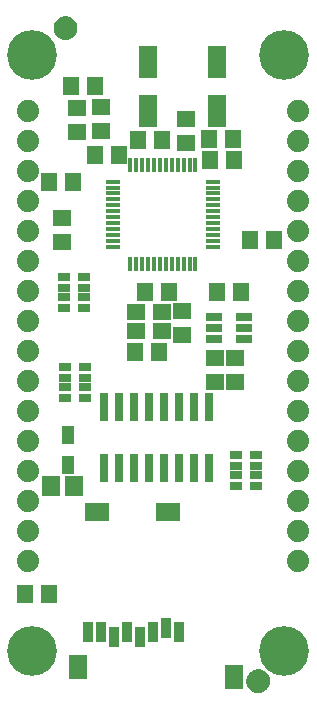
<source format=gbr>
G04 EAGLE Gerber RS-274X export*
G75*
%MOMM*%
%FSLAX34Y34*%
%LPD*%
%INSoldermask Top*%
%IPPOS*%
%AMOC8*
5,1,8,0,0,1.08239X$1,22.5*%
G01*
%ADD10R,0.400000X1.200000*%
%ADD11R,1.200000X0.400000*%
%ADD12R,1.403200X0.753200*%
%ADD13R,1.603200X2.103200*%
%ADD14R,2.003200X1.603200*%
%ADD15R,0.903200X1.703200*%
%ADD16R,1.503200X1.403200*%
%ADD17R,1.403200X1.503200*%
%ADD18R,1.603200X1.403200*%
%ADD19R,0.803200X2.403200*%
%ADD20C,4.219200*%
%ADD21C,1.203200*%
%ADD22C,0.500000*%
%ADD23R,1.103200X0.653200*%
%ADD24C,1.879600*%
%ADD25R,1.003200X1.553200*%
%ADD26R,1.503200X1.703200*%
%ADD27R,1.603200X2.803200*%


D10*
X112200Y449670D03*
X117200Y449670D03*
X122200Y449670D03*
X127200Y449670D03*
X132200Y449670D03*
X137200Y449670D03*
X142200Y449670D03*
X147200Y449670D03*
X152200Y449670D03*
X157200Y449670D03*
X162200Y449670D03*
X167200Y449670D03*
X112200Y365670D03*
X117200Y365670D03*
X122200Y365670D03*
X127200Y365670D03*
X132200Y365670D03*
X137200Y365670D03*
X142200Y365670D03*
X147200Y365670D03*
X152200Y365670D03*
X157200Y365670D03*
X162200Y365670D03*
X167200Y365670D03*
D11*
X97700Y380170D03*
X97700Y385170D03*
X97700Y390170D03*
X97700Y395170D03*
X97700Y400170D03*
X97700Y405170D03*
X97700Y410170D03*
X97700Y415170D03*
X97700Y420170D03*
X97700Y425170D03*
X97700Y430170D03*
X97700Y435170D03*
X181700Y380170D03*
X181700Y385170D03*
X181700Y390170D03*
X181700Y395170D03*
X181700Y400170D03*
X181700Y405170D03*
X181700Y410170D03*
X181700Y415170D03*
X181700Y420170D03*
X181700Y425170D03*
X181700Y430170D03*
X181700Y435170D03*
D12*
X208660Y301690D03*
X208660Y311190D03*
X208660Y320690D03*
X182660Y320690D03*
X182660Y311190D03*
X182660Y301690D03*
D13*
X67580Y24620D03*
X199580Y15620D03*
D14*
X83580Y155620D03*
X143580Y155620D03*
D15*
X76580Y53620D03*
X87580Y53620D03*
X98580Y49620D03*
X109580Y53620D03*
X120580Y49620D03*
X131580Y53620D03*
X142580Y57620D03*
X153580Y53620D03*
D16*
X66590Y497894D03*
X66590Y477574D03*
D17*
X233338Y385508D03*
X213018Y385508D03*
D18*
X116882Y324444D03*
X138882Y324444D03*
X116882Y308444D03*
X138882Y308444D03*
D16*
X156210Y325374D03*
X156210Y305054D03*
D17*
X116078Y290830D03*
X136398Y290830D03*
X124714Y341884D03*
X145034Y341884D03*
D16*
X184150Y285750D03*
X184150Y265430D03*
X200660Y285750D03*
X200660Y265430D03*
D17*
X81762Y457630D03*
X102082Y457630D03*
X42942Y434864D03*
X63262Y434864D03*
X22860Y86360D03*
X43180Y86360D03*
X205486Y342138D03*
X185166Y342138D03*
D19*
X165608Y244440D03*
X140208Y192440D03*
X178308Y244440D03*
X152908Y244440D03*
X140208Y244440D03*
X152908Y192440D03*
X127508Y192440D03*
X114808Y192440D03*
X114808Y244440D03*
X89408Y192440D03*
X127508Y244440D03*
X102108Y244440D03*
X102108Y192440D03*
X89408Y244440D03*
X165608Y192440D03*
X178308Y192440D03*
D16*
X87290Y478150D03*
X87290Y498470D03*
D17*
X178560Y471410D03*
X198880Y471410D03*
X82160Y516550D03*
X61840Y516550D03*
X199678Y453742D03*
X179358Y453742D03*
D16*
X53848Y404432D03*
X53848Y384112D03*
X159080Y487880D03*
X159080Y467560D03*
D17*
X138800Y470130D03*
X118480Y470130D03*
D20*
X29210Y38100D03*
X242570Y38100D03*
X242570Y542290D03*
X29210Y542290D03*
D21*
X57150Y565150D03*
D22*
X57150Y572650D02*
X56969Y572648D01*
X56788Y572641D01*
X56607Y572630D01*
X56426Y572615D01*
X56246Y572595D01*
X56066Y572571D01*
X55887Y572543D01*
X55709Y572510D01*
X55532Y572473D01*
X55355Y572432D01*
X55180Y572387D01*
X55005Y572337D01*
X54832Y572283D01*
X54661Y572225D01*
X54490Y572163D01*
X54322Y572096D01*
X54155Y572026D01*
X53989Y571952D01*
X53826Y571873D01*
X53665Y571791D01*
X53505Y571705D01*
X53348Y571615D01*
X53193Y571521D01*
X53040Y571424D01*
X52890Y571322D01*
X52742Y571218D01*
X52596Y571109D01*
X52454Y570998D01*
X52314Y570882D01*
X52177Y570764D01*
X52042Y570642D01*
X51911Y570517D01*
X51783Y570389D01*
X51658Y570258D01*
X51536Y570123D01*
X51418Y569986D01*
X51302Y569846D01*
X51191Y569704D01*
X51082Y569558D01*
X50978Y569410D01*
X50876Y569260D01*
X50779Y569107D01*
X50685Y568952D01*
X50595Y568795D01*
X50509Y568635D01*
X50427Y568474D01*
X50348Y568311D01*
X50274Y568145D01*
X50204Y567978D01*
X50137Y567810D01*
X50075Y567639D01*
X50017Y567468D01*
X49963Y567295D01*
X49913Y567120D01*
X49868Y566945D01*
X49827Y566768D01*
X49790Y566591D01*
X49757Y566413D01*
X49729Y566234D01*
X49705Y566054D01*
X49685Y565874D01*
X49670Y565693D01*
X49659Y565512D01*
X49652Y565331D01*
X49650Y565150D01*
X57150Y572650D02*
X57331Y572648D01*
X57512Y572641D01*
X57693Y572630D01*
X57874Y572615D01*
X58054Y572595D01*
X58234Y572571D01*
X58413Y572543D01*
X58591Y572510D01*
X58768Y572473D01*
X58945Y572432D01*
X59120Y572387D01*
X59295Y572337D01*
X59468Y572283D01*
X59639Y572225D01*
X59810Y572163D01*
X59978Y572096D01*
X60145Y572026D01*
X60311Y571952D01*
X60474Y571873D01*
X60635Y571791D01*
X60795Y571705D01*
X60952Y571615D01*
X61107Y571521D01*
X61260Y571424D01*
X61410Y571322D01*
X61558Y571218D01*
X61704Y571109D01*
X61846Y570998D01*
X61986Y570882D01*
X62123Y570764D01*
X62258Y570642D01*
X62389Y570517D01*
X62517Y570389D01*
X62642Y570258D01*
X62764Y570123D01*
X62882Y569986D01*
X62998Y569846D01*
X63109Y569704D01*
X63218Y569558D01*
X63322Y569410D01*
X63424Y569260D01*
X63521Y569107D01*
X63615Y568952D01*
X63705Y568795D01*
X63791Y568635D01*
X63873Y568474D01*
X63952Y568311D01*
X64026Y568145D01*
X64096Y567978D01*
X64163Y567810D01*
X64225Y567639D01*
X64283Y567468D01*
X64337Y567295D01*
X64387Y567120D01*
X64432Y566945D01*
X64473Y566768D01*
X64510Y566591D01*
X64543Y566413D01*
X64571Y566234D01*
X64595Y566054D01*
X64615Y565874D01*
X64630Y565693D01*
X64641Y565512D01*
X64648Y565331D01*
X64650Y565150D01*
X64648Y564969D01*
X64641Y564788D01*
X64630Y564607D01*
X64615Y564426D01*
X64595Y564246D01*
X64571Y564066D01*
X64543Y563887D01*
X64510Y563709D01*
X64473Y563532D01*
X64432Y563355D01*
X64387Y563180D01*
X64337Y563005D01*
X64283Y562832D01*
X64225Y562661D01*
X64163Y562490D01*
X64096Y562322D01*
X64026Y562155D01*
X63952Y561989D01*
X63873Y561826D01*
X63791Y561665D01*
X63705Y561505D01*
X63615Y561348D01*
X63521Y561193D01*
X63424Y561040D01*
X63322Y560890D01*
X63218Y560742D01*
X63109Y560596D01*
X62998Y560454D01*
X62882Y560314D01*
X62764Y560177D01*
X62642Y560042D01*
X62517Y559911D01*
X62389Y559783D01*
X62258Y559658D01*
X62123Y559536D01*
X61986Y559418D01*
X61846Y559302D01*
X61704Y559191D01*
X61558Y559082D01*
X61410Y558978D01*
X61260Y558876D01*
X61107Y558779D01*
X60952Y558685D01*
X60795Y558595D01*
X60635Y558509D01*
X60474Y558427D01*
X60311Y558348D01*
X60145Y558274D01*
X59978Y558204D01*
X59810Y558137D01*
X59639Y558075D01*
X59468Y558017D01*
X59295Y557963D01*
X59120Y557913D01*
X58945Y557868D01*
X58768Y557827D01*
X58591Y557790D01*
X58413Y557757D01*
X58234Y557729D01*
X58054Y557705D01*
X57874Y557685D01*
X57693Y557670D01*
X57512Y557659D01*
X57331Y557652D01*
X57150Y557650D01*
X56969Y557652D01*
X56788Y557659D01*
X56607Y557670D01*
X56426Y557685D01*
X56246Y557705D01*
X56066Y557729D01*
X55887Y557757D01*
X55709Y557790D01*
X55532Y557827D01*
X55355Y557868D01*
X55180Y557913D01*
X55005Y557963D01*
X54832Y558017D01*
X54661Y558075D01*
X54490Y558137D01*
X54322Y558204D01*
X54155Y558274D01*
X53989Y558348D01*
X53826Y558427D01*
X53665Y558509D01*
X53505Y558595D01*
X53348Y558685D01*
X53193Y558779D01*
X53040Y558876D01*
X52890Y558978D01*
X52742Y559082D01*
X52596Y559191D01*
X52454Y559302D01*
X52314Y559418D01*
X52177Y559536D01*
X52042Y559658D01*
X51911Y559783D01*
X51783Y559911D01*
X51658Y560042D01*
X51536Y560177D01*
X51418Y560314D01*
X51302Y560454D01*
X51191Y560596D01*
X51082Y560742D01*
X50978Y560890D01*
X50876Y561040D01*
X50779Y561193D01*
X50685Y561348D01*
X50595Y561505D01*
X50509Y561665D01*
X50427Y561826D01*
X50348Y561989D01*
X50274Y562155D01*
X50204Y562322D01*
X50137Y562490D01*
X50075Y562661D01*
X50017Y562832D01*
X49963Y563005D01*
X49913Y563180D01*
X49868Y563355D01*
X49827Y563532D01*
X49790Y563709D01*
X49757Y563887D01*
X49729Y564066D01*
X49705Y564246D01*
X49685Y564426D01*
X49670Y564607D01*
X49659Y564788D01*
X49652Y564969D01*
X49650Y565150D01*
D21*
X220350Y12190D03*
D22*
X220350Y19690D02*
X220169Y19688D01*
X219988Y19681D01*
X219807Y19670D01*
X219626Y19655D01*
X219446Y19635D01*
X219266Y19611D01*
X219087Y19583D01*
X218909Y19550D01*
X218732Y19513D01*
X218555Y19472D01*
X218380Y19427D01*
X218205Y19377D01*
X218032Y19323D01*
X217861Y19265D01*
X217690Y19203D01*
X217522Y19136D01*
X217355Y19066D01*
X217189Y18992D01*
X217026Y18913D01*
X216865Y18831D01*
X216705Y18745D01*
X216548Y18655D01*
X216393Y18561D01*
X216240Y18464D01*
X216090Y18362D01*
X215942Y18258D01*
X215796Y18149D01*
X215654Y18038D01*
X215514Y17922D01*
X215377Y17804D01*
X215242Y17682D01*
X215111Y17557D01*
X214983Y17429D01*
X214858Y17298D01*
X214736Y17163D01*
X214618Y17026D01*
X214502Y16886D01*
X214391Y16744D01*
X214282Y16598D01*
X214178Y16450D01*
X214076Y16300D01*
X213979Y16147D01*
X213885Y15992D01*
X213795Y15835D01*
X213709Y15675D01*
X213627Y15514D01*
X213548Y15351D01*
X213474Y15185D01*
X213404Y15018D01*
X213337Y14850D01*
X213275Y14679D01*
X213217Y14508D01*
X213163Y14335D01*
X213113Y14160D01*
X213068Y13985D01*
X213027Y13808D01*
X212990Y13631D01*
X212957Y13453D01*
X212929Y13274D01*
X212905Y13094D01*
X212885Y12914D01*
X212870Y12733D01*
X212859Y12552D01*
X212852Y12371D01*
X212850Y12190D01*
X220350Y19690D02*
X220531Y19688D01*
X220712Y19681D01*
X220893Y19670D01*
X221074Y19655D01*
X221254Y19635D01*
X221434Y19611D01*
X221613Y19583D01*
X221791Y19550D01*
X221968Y19513D01*
X222145Y19472D01*
X222320Y19427D01*
X222495Y19377D01*
X222668Y19323D01*
X222839Y19265D01*
X223010Y19203D01*
X223178Y19136D01*
X223345Y19066D01*
X223511Y18992D01*
X223674Y18913D01*
X223835Y18831D01*
X223995Y18745D01*
X224152Y18655D01*
X224307Y18561D01*
X224460Y18464D01*
X224610Y18362D01*
X224758Y18258D01*
X224904Y18149D01*
X225046Y18038D01*
X225186Y17922D01*
X225323Y17804D01*
X225458Y17682D01*
X225589Y17557D01*
X225717Y17429D01*
X225842Y17298D01*
X225964Y17163D01*
X226082Y17026D01*
X226198Y16886D01*
X226309Y16744D01*
X226418Y16598D01*
X226522Y16450D01*
X226624Y16300D01*
X226721Y16147D01*
X226815Y15992D01*
X226905Y15835D01*
X226991Y15675D01*
X227073Y15514D01*
X227152Y15351D01*
X227226Y15185D01*
X227296Y15018D01*
X227363Y14850D01*
X227425Y14679D01*
X227483Y14508D01*
X227537Y14335D01*
X227587Y14160D01*
X227632Y13985D01*
X227673Y13808D01*
X227710Y13631D01*
X227743Y13453D01*
X227771Y13274D01*
X227795Y13094D01*
X227815Y12914D01*
X227830Y12733D01*
X227841Y12552D01*
X227848Y12371D01*
X227850Y12190D01*
X227848Y12009D01*
X227841Y11828D01*
X227830Y11647D01*
X227815Y11466D01*
X227795Y11286D01*
X227771Y11106D01*
X227743Y10927D01*
X227710Y10749D01*
X227673Y10572D01*
X227632Y10395D01*
X227587Y10220D01*
X227537Y10045D01*
X227483Y9872D01*
X227425Y9701D01*
X227363Y9530D01*
X227296Y9362D01*
X227226Y9195D01*
X227152Y9029D01*
X227073Y8866D01*
X226991Y8705D01*
X226905Y8545D01*
X226815Y8388D01*
X226721Y8233D01*
X226624Y8080D01*
X226522Y7930D01*
X226418Y7782D01*
X226309Y7636D01*
X226198Y7494D01*
X226082Y7354D01*
X225964Y7217D01*
X225842Y7082D01*
X225717Y6951D01*
X225589Y6823D01*
X225458Y6698D01*
X225323Y6576D01*
X225186Y6458D01*
X225046Y6342D01*
X224904Y6231D01*
X224758Y6122D01*
X224610Y6018D01*
X224460Y5916D01*
X224307Y5819D01*
X224152Y5725D01*
X223995Y5635D01*
X223835Y5549D01*
X223674Y5467D01*
X223511Y5388D01*
X223345Y5314D01*
X223178Y5244D01*
X223010Y5177D01*
X222839Y5115D01*
X222668Y5057D01*
X222495Y5003D01*
X222320Y4953D01*
X222145Y4908D01*
X221968Y4867D01*
X221791Y4830D01*
X221613Y4797D01*
X221434Y4769D01*
X221254Y4745D01*
X221074Y4725D01*
X220893Y4710D01*
X220712Y4699D01*
X220531Y4692D01*
X220350Y4690D01*
X220169Y4692D01*
X219988Y4699D01*
X219807Y4710D01*
X219626Y4725D01*
X219446Y4745D01*
X219266Y4769D01*
X219087Y4797D01*
X218909Y4830D01*
X218732Y4867D01*
X218555Y4908D01*
X218380Y4953D01*
X218205Y5003D01*
X218032Y5057D01*
X217861Y5115D01*
X217690Y5177D01*
X217522Y5244D01*
X217355Y5314D01*
X217189Y5388D01*
X217026Y5467D01*
X216865Y5549D01*
X216705Y5635D01*
X216548Y5725D01*
X216393Y5819D01*
X216240Y5916D01*
X216090Y6018D01*
X215942Y6122D01*
X215796Y6231D01*
X215654Y6342D01*
X215514Y6458D01*
X215377Y6576D01*
X215242Y6698D01*
X215111Y6823D01*
X214983Y6951D01*
X214858Y7082D01*
X214736Y7217D01*
X214618Y7354D01*
X214502Y7494D01*
X214391Y7636D01*
X214282Y7782D01*
X214178Y7930D01*
X214076Y8080D01*
X213979Y8233D01*
X213885Y8388D01*
X213795Y8545D01*
X213709Y8705D01*
X213627Y8866D01*
X213548Y9029D01*
X213474Y9195D01*
X213404Y9362D01*
X213337Y9530D01*
X213275Y9701D01*
X213217Y9872D01*
X213163Y10045D01*
X213113Y10220D01*
X213068Y10395D01*
X213027Y10572D01*
X212990Y10749D01*
X212957Y10927D01*
X212929Y11106D01*
X212905Y11286D01*
X212885Y11466D01*
X212870Y11647D01*
X212859Y11828D01*
X212852Y12009D01*
X212850Y12190D01*
D23*
X72762Y354122D03*
X55762Y354122D03*
X72762Y345122D03*
X72762Y337122D03*
X72762Y328122D03*
X55762Y328122D03*
X55762Y345122D03*
X55762Y337122D03*
X73524Y277922D03*
X56524Y277922D03*
X73524Y268922D03*
X73524Y260922D03*
X73524Y251922D03*
X56524Y251922D03*
X56524Y268922D03*
X56524Y260922D03*
D24*
X254000Y495300D03*
X254000Y469900D03*
X254000Y444500D03*
X254000Y419100D03*
X254000Y393700D03*
X254000Y368300D03*
X254000Y342900D03*
X254000Y317500D03*
X254000Y292100D03*
X254000Y266700D03*
X254000Y241300D03*
X254000Y215900D03*
X254000Y190500D03*
X254000Y165100D03*
X254000Y139700D03*
X254000Y114300D03*
D23*
X218558Y203500D03*
X201558Y203500D03*
X218558Y194500D03*
X218558Y186500D03*
X218558Y177500D03*
X201558Y177500D03*
X201558Y194500D03*
X201558Y186500D03*
D24*
X25400Y495300D03*
X25400Y469900D03*
X25400Y444500D03*
X25400Y419100D03*
X25400Y393700D03*
X25400Y368300D03*
X25400Y342900D03*
X25400Y317500D03*
X25400Y292100D03*
X25400Y266700D03*
X25400Y241300D03*
X25400Y215900D03*
X25400Y190500D03*
X25400Y165100D03*
X25400Y139700D03*
X25400Y114300D03*
D25*
X59690Y220980D03*
X59690Y195580D03*
D26*
X64110Y177800D03*
X45110Y177800D03*
D27*
X185420Y536120D03*
X185420Y495120D03*
X127000Y536120D03*
X127000Y495120D03*
M02*

</source>
